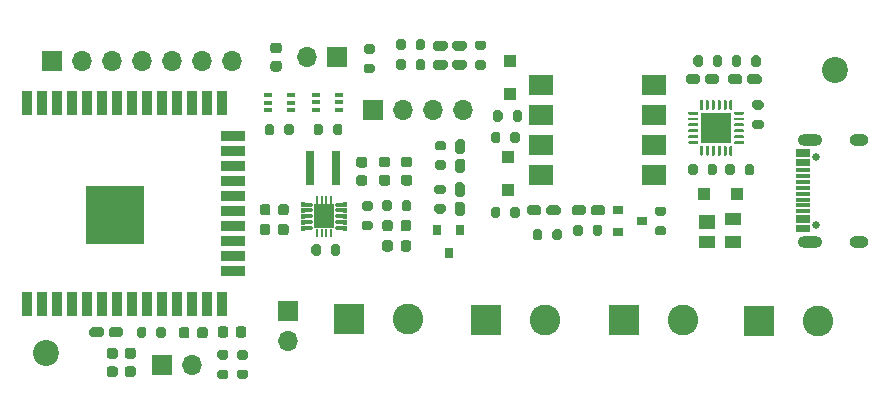
<source format=gbr>
%TF.GenerationSoftware,KiCad,Pcbnew,(5.1.9)-1*%
%TF.CreationDate,2021-11-09T18:36:26+00:00*%
%TF.ProjectId,Bluetooth_ignite_receiver,426c7565-746f-46f7-9468-5f69676e6974,rev?*%
%TF.SameCoordinates,Original*%
%TF.FileFunction,Soldermask,Top*%
%TF.FilePolarity,Negative*%
%FSLAX46Y46*%
G04 Gerber Fmt 4.6, Leading zero omitted, Abs format (unit mm)*
G04 Created by KiCad (PCBNEW (5.1.9)-1) date 2021-11-09 18:36:26*
%MOMM*%
%LPD*%
G01*
G04 APERTURE LIST*
%ADD10C,2.200000*%
%ADD11O,1.700000X1.700000*%
%ADD12R,1.700000X1.700000*%
%ADD13R,1.150000X0.300000*%
%ADD14C,0.650000*%
%ADD15O,1.600000X1.000000*%
%ADD16O,2.100000X1.000000*%
%ADD17R,0.800000X0.900000*%
%ADD18R,1.100000X1.100000*%
%ADD19C,2.600000*%
%ADD20R,2.600000X2.600000*%
%ADD21R,2.000000X1.780000*%
%ADD22R,0.900000X2.000000*%
%ADD23R,2.000000X0.900000*%
%ADD24R,5.000000X5.000000*%
%ADD25R,0.650000X0.400000*%
%ADD26R,0.230000X0.600000*%
%ADD27R,0.650000X0.900000*%
%ADD28O,0.990000X0.420000*%
%ADD29R,1.700000X2.150000*%
%ADD30R,0.250000X0.700000*%
%ADD31C,0.600000*%
%ADD32R,0.900000X0.800000*%
%ADD33R,0.800000X2.900000*%
%ADD34R,1.400000X1.000000*%
%ADD35R,1.400000X1.200000*%
G04 APERTURE END LIST*
D10*
%TO.C,REF\u002A\u002A*%
X146265900Y-78384400D03*
%TD*%
%TO.C,REF\u002A\u002A*%
X79476600Y-102362000D03*
%TD*%
D11*
%TO.C,J10*%
X99936300Y-101320600D03*
D12*
X99936300Y-98780600D03*
%TD*%
D11*
%TO.C,J9*%
X95224600Y-77660500D03*
X92684600Y-77660500D03*
X90144600Y-77660500D03*
X87604600Y-77660500D03*
X85064600Y-77660500D03*
X82524600Y-77660500D03*
D12*
X79984600Y-77660500D03*
%TD*%
D11*
%TO.C,J8*%
X114820700Y-81800700D03*
X112280700Y-81800700D03*
X109740700Y-81800700D03*
D12*
X107200700Y-81800700D03*
%TD*%
D13*
%TO.C,J5*%
X143586500Y-85283300D03*
X143586500Y-86083300D03*
X143586500Y-90883300D03*
X143586500Y-91683300D03*
X143586500Y-91983300D03*
X143586500Y-91183300D03*
X143586500Y-90383300D03*
X143586500Y-89883300D03*
X143586500Y-89383300D03*
X143586500Y-88883300D03*
X143586500Y-88383300D03*
X143586500Y-87883300D03*
X143586500Y-87383300D03*
X143586500Y-86883300D03*
X143586500Y-86383300D03*
X143586500Y-85583300D03*
D14*
X144651500Y-91523300D03*
X144651500Y-85743300D03*
D15*
X148331500Y-84313300D03*
X148331500Y-92953300D03*
D16*
X144151500Y-84313300D03*
X144151500Y-92953300D03*
%TD*%
%TO.C,D6*%
G36*
G01*
X114303400Y-89557200D02*
X114728400Y-89557200D01*
G75*
G02*
X114940900Y-89769700I0J-212500D01*
G01*
X114940900Y-90569700D01*
G75*
G02*
X114728400Y-90782200I-212500J0D01*
G01*
X114303400Y-90782200D01*
G75*
G02*
X114090900Y-90569700I0J212500D01*
G01*
X114090900Y-89769700D01*
G75*
G02*
X114303400Y-89557200I212500J0D01*
G01*
G37*
G36*
G01*
X114303400Y-87932200D02*
X114728400Y-87932200D01*
G75*
G02*
X114940900Y-88144700I0J-212500D01*
G01*
X114940900Y-88944700D01*
G75*
G02*
X114728400Y-89157200I-212500J0D01*
G01*
X114303400Y-89157200D01*
G75*
G02*
X114090900Y-88944700I0J212500D01*
G01*
X114090900Y-88144700D01*
G75*
G02*
X114303400Y-87932200I212500J0D01*
G01*
G37*
%TD*%
%TO.C,R11*%
G36*
G01*
X112628000Y-86073800D02*
X113178000Y-86073800D01*
G75*
G02*
X113378000Y-86273800I0J-200000D01*
G01*
X113378000Y-86673800D01*
G75*
G02*
X113178000Y-86873800I-200000J0D01*
G01*
X112628000Y-86873800D01*
G75*
G02*
X112428000Y-86673800I0J200000D01*
G01*
X112428000Y-86273800D01*
G75*
G02*
X112628000Y-86073800I200000J0D01*
G01*
G37*
G36*
G01*
X112628000Y-84423800D02*
X113178000Y-84423800D01*
G75*
G02*
X113378000Y-84623800I0J-200000D01*
G01*
X113378000Y-85023800D01*
G75*
G02*
X113178000Y-85223800I-200000J0D01*
G01*
X112628000Y-85223800D01*
G75*
G02*
X112428000Y-85023800I0J200000D01*
G01*
X112428000Y-84623800D01*
G75*
G02*
X112628000Y-84423800I200000J0D01*
G01*
G37*
%TD*%
%TO.C,R14*%
G36*
G01*
X112564500Y-89770000D02*
X113114500Y-89770000D01*
G75*
G02*
X113314500Y-89970000I0J-200000D01*
G01*
X113314500Y-90370000D01*
G75*
G02*
X113114500Y-90570000I-200000J0D01*
G01*
X112564500Y-90570000D01*
G75*
G02*
X112364500Y-90370000I0J200000D01*
G01*
X112364500Y-89970000D01*
G75*
G02*
X112564500Y-89770000I200000J0D01*
G01*
G37*
G36*
G01*
X112564500Y-88120000D02*
X113114500Y-88120000D01*
G75*
G02*
X113314500Y-88320000I0J-200000D01*
G01*
X113314500Y-88720000D01*
G75*
G02*
X113114500Y-88920000I-200000J0D01*
G01*
X112564500Y-88920000D01*
G75*
G02*
X112364500Y-88720000I0J200000D01*
G01*
X112364500Y-88320000D01*
G75*
G02*
X112564500Y-88120000I200000J0D01*
G01*
G37*
%TD*%
D17*
%TO.C,Q3*%
X113576100Y-93925900D03*
X112626100Y-91925900D03*
X114526100Y-91925900D03*
%TD*%
%TO.C,D4*%
G36*
G01*
X114341500Y-85912300D02*
X114766500Y-85912300D01*
G75*
G02*
X114979000Y-86124800I0J-212500D01*
G01*
X114979000Y-86924800D01*
G75*
G02*
X114766500Y-87137300I-212500J0D01*
G01*
X114341500Y-87137300D01*
G75*
G02*
X114129000Y-86924800I0J212500D01*
G01*
X114129000Y-86124800D01*
G75*
G02*
X114341500Y-85912300I212500J0D01*
G01*
G37*
G36*
G01*
X114341500Y-84287300D02*
X114766500Y-84287300D01*
G75*
G02*
X114979000Y-84499800I0J-212500D01*
G01*
X114979000Y-85299800D01*
G75*
G02*
X114766500Y-85512300I-212500J0D01*
G01*
X114341500Y-85512300D01*
G75*
G02*
X114129000Y-85299800I0J212500D01*
G01*
X114129000Y-84499800D01*
G75*
G02*
X114341500Y-84287300I212500J0D01*
G01*
G37*
%TD*%
D18*
%TO.C,D5*%
X118795800Y-80482900D03*
X118795800Y-77682900D03*
%TD*%
%TO.C,R12*%
G36*
G01*
X117964400Y-83862500D02*
X117964400Y-84412500D01*
G75*
G02*
X117764400Y-84612500I-200000J0D01*
G01*
X117364400Y-84612500D01*
G75*
G02*
X117164400Y-84412500I0J200000D01*
G01*
X117164400Y-83862500D01*
G75*
G02*
X117364400Y-83662500I200000J0D01*
G01*
X117764400Y-83662500D01*
G75*
G02*
X117964400Y-83862500I0J-200000D01*
G01*
G37*
G36*
G01*
X119614400Y-83862500D02*
X119614400Y-84412500D01*
G75*
G02*
X119414400Y-84612500I-200000J0D01*
G01*
X119014400Y-84612500D01*
G75*
G02*
X118814400Y-84412500I0J200000D01*
G01*
X118814400Y-83862500D01*
G75*
G02*
X119014400Y-83662500I200000J0D01*
G01*
X119414400Y-83662500D01*
G75*
G02*
X119614400Y-83862500I0J-200000D01*
G01*
G37*
%TD*%
D19*
%TO.C,J4*%
X121725700Y-99555300D03*
D20*
X116725700Y-99555300D03*
%TD*%
D19*
%TO.C,J3*%
X133384300Y-99593400D03*
D20*
X128384300Y-99593400D03*
%TD*%
D19*
%TO.C,J2*%
X110156000Y-99517200D03*
D20*
X105156000Y-99517200D03*
%TD*%
D19*
%TO.C,J1*%
X144852400Y-99695000D03*
D20*
X139852400Y-99695000D03*
%TD*%
%TO.C,R13*%
G36*
G01*
X118142200Y-82033700D02*
X118142200Y-82583700D01*
G75*
G02*
X117942200Y-82783700I-200000J0D01*
G01*
X117542200Y-82783700D01*
G75*
G02*
X117342200Y-82583700I0J200000D01*
G01*
X117342200Y-82033700D01*
G75*
G02*
X117542200Y-81833700I200000J0D01*
G01*
X117942200Y-81833700D01*
G75*
G02*
X118142200Y-82033700I0J-200000D01*
G01*
G37*
G36*
G01*
X119792200Y-82033700D02*
X119792200Y-82583700D01*
G75*
G02*
X119592200Y-82783700I-200000J0D01*
G01*
X119192200Y-82783700D01*
G75*
G02*
X118992200Y-82583700I0J200000D01*
G01*
X118992200Y-82033700D01*
G75*
G02*
X119192200Y-81833700I200000J0D01*
G01*
X119592200Y-81833700D01*
G75*
G02*
X119792200Y-82033700I0J-200000D01*
G01*
G37*
%TD*%
D21*
%TO.C,U3*%
X130926800Y-79679800D03*
X121396800Y-87299800D03*
X130926800Y-82219800D03*
X121396800Y-84759800D03*
X130926800Y-84759800D03*
X121396800Y-82219800D03*
X130926800Y-87299800D03*
X121396800Y-79679800D03*
%TD*%
D11*
%TO.C,J7*%
X101625400Y-77292200D03*
D12*
X104165400Y-77292200D03*
%TD*%
D11*
%TO.C,J6*%
X91808300Y-103416100D03*
D12*
X89268300Y-103416100D03*
%TD*%
D22*
%TO.C,U2*%
X77838300Y-81200100D03*
X79108300Y-81200100D03*
X80378300Y-81200100D03*
X81648300Y-81200100D03*
X82918300Y-81200100D03*
X84188300Y-81200100D03*
X85458300Y-81200100D03*
X86728300Y-81200100D03*
X87998300Y-81200100D03*
X89268300Y-81200100D03*
X90538300Y-81200100D03*
X91808300Y-81200100D03*
X93078300Y-81200100D03*
X94348300Y-81200100D03*
D23*
X95348300Y-83985100D03*
X95348300Y-85255100D03*
X95348300Y-86525100D03*
X95348300Y-87795100D03*
X95348300Y-89065100D03*
X95348300Y-90335100D03*
X95348300Y-91605100D03*
X95348300Y-92875100D03*
X95348300Y-94145100D03*
X95348300Y-95415100D03*
D22*
X94348300Y-98200100D03*
X93078300Y-98200100D03*
X91808300Y-98200100D03*
X90538300Y-98200100D03*
X89268300Y-98200100D03*
X87998300Y-98200100D03*
X86728300Y-98200100D03*
X85458300Y-98200100D03*
X84188300Y-98200100D03*
X82918300Y-98200100D03*
X81648300Y-98200100D03*
X80378300Y-98200100D03*
X79108300Y-98200100D03*
X77838300Y-98200100D03*
D24*
X85338300Y-90700100D03*
%TD*%
%TO.C,C6*%
G36*
G01*
X98481000Y-91672600D02*
X98481000Y-92172600D01*
G75*
G02*
X98256000Y-92397600I-225000J0D01*
G01*
X97806000Y-92397600D01*
G75*
G02*
X97581000Y-92172600I0J225000D01*
G01*
X97581000Y-91672600D01*
G75*
G02*
X97806000Y-91447600I225000J0D01*
G01*
X98256000Y-91447600D01*
G75*
G02*
X98481000Y-91672600I0J-225000D01*
G01*
G37*
G36*
G01*
X100031000Y-91672600D02*
X100031000Y-92172600D01*
G75*
G02*
X99806000Y-92397600I-225000J0D01*
G01*
X99356000Y-92397600D01*
G75*
G02*
X99131000Y-92172600I0J225000D01*
G01*
X99131000Y-91672600D01*
G75*
G02*
X99356000Y-91447600I225000J0D01*
G01*
X99806000Y-91447600D01*
G75*
G02*
X100031000Y-91672600I0J-225000D01*
G01*
G37*
%TD*%
%TO.C,R25*%
G36*
G01*
X109938500Y-75988500D02*
X109938500Y-76538500D01*
G75*
G02*
X109738500Y-76738500I-200000J0D01*
G01*
X109338500Y-76738500D01*
G75*
G02*
X109138500Y-76538500I0J200000D01*
G01*
X109138500Y-75988500D01*
G75*
G02*
X109338500Y-75788500I200000J0D01*
G01*
X109738500Y-75788500D01*
G75*
G02*
X109938500Y-75988500I0J-200000D01*
G01*
G37*
G36*
G01*
X111588500Y-75988500D02*
X111588500Y-76538500D01*
G75*
G02*
X111388500Y-76738500I-200000J0D01*
G01*
X110988500Y-76738500D01*
G75*
G02*
X110788500Y-76538500I0J200000D01*
G01*
X110788500Y-75988500D01*
G75*
G02*
X110988500Y-75788500I200000J0D01*
G01*
X111388500Y-75788500D01*
G75*
G02*
X111588500Y-75988500I0J-200000D01*
G01*
G37*
%TD*%
%TO.C,R24*%
G36*
G01*
X109950700Y-77690300D02*
X109950700Y-78240300D01*
G75*
G02*
X109750700Y-78440300I-200000J0D01*
G01*
X109350700Y-78440300D01*
G75*
G02*
X109150700Y-78240300I0J200000D01*
G01*
X109150700Y-77690300D01*
G75*
G02*
X109350700Y-77490300I200000J0D01*
G01*
X109750700Y-77490300D01*
G75*
G02*
X109950700Y-77690300I0J-200000D01*
G01*
G37*
G36*
G01*
X111600700Y-77690300D02*
X111600700Y-78240300D01*
G75*
G02*
X111400700Y-78440300I-200000J0D01*
G01*
X111000700Y-78440300D01*
G75*
G02*
X110800700Y-78240300I0J200000D01*
G01*
X110800700Y-77690300D01*
G75*
G02*
X111000700Y-77490300I200000J0D01*
G01*
X111400700Y-77490300D01*
G75*
G02*
X111600700Y-77690300I0J-200000D01*
G01*
G37*
%TD*%
%TO.C,D13*%
G36*
G01*
X113490400Y-76139900D02*
X113490400Y-76564900D01*
G75*
G02*
X113277900Y-76777400I-212500J0D01*
G01*
X112477900Y-76777400D01*
G75*
G02*
X112265400Y-76564900I0J212500D01*
G01*
X112265400Y-76139900D01*
G75*
G02*
X112477900Y-75927400I212500J0D01*
G01*
X113277900Y-75927400D01*
G75*
G02*
X113490400Y-76139900I0J-212500D01*
G01*
G37*
G36*
G01*
X115115400Y-76139900D02*
X115115400Y-76564900D01*
G75*
G02*
X114902900Y-76777400I-212500J0D01*
G01*
X114102900Y-76777400D01*
G75*
G02*
X113890400Y-76564900I0J212500D01*
G01*
X113890400Y-76139900D01*
G75*
G02*
X114102900Y-75927400I212500J0D01*
G01*
X114902900Y-75927400D01*
G75*
G02*
X115115400Y-76139900I0J-212500D01*
G01*
G37*
%TD*%
%TO.C,D12*%
G36*
G01*
X113490100Y-77752800D02*
X113490100Y-78177800D01*
G75*
G02*
X113277600Y-78390300I-212500J0D01*
G01*
X112477600Y-78390300D01*
G75*
G02*
X112265100Y-78177800I0J212500D01*
G01*
X112265100Y-77752800D01*
G75*
G02*
X112477600Y-77540300I212500J0D01*
G01*
X113277600Y-77540300D01*
G75*
G02*
X113490100Y-77752800I0J-212500D01*
G01*
G37*
G36*
G01*
X115115100Y-77752800D02*
X115115100Y-78177800D01*
G75*
G02*
X114902600Y-78390300I-212500J0D01*
G01*
X114102600Y-78390300D01*
G75*
G02*
X113890100Y-78177800I0J212500D01*
G01*
X113890100Y-77752800D01*
G75*
G02*
X114102600Y-77540300I212500J0D01*
G01*
X114902600Y-77540300D01*
G75*
G02*
X115115100Y-77752800I0J-212500D01*
G01*
G37*
%TD*%
D25*
%TO.C,Q1*%
X104289900Y-80503000D03*
X104289900Y-81803000D03*
X102389900Y-81153000D03*
X104289900Y-81153000D03*
X102389900Y-81803000D03*
X102389900Y-80503000D03*
%TD*%
D26*
%TO.C,U5*%
X103622400Y-92230000D03*
X103222400Y-92230000D03*
X102822400Y-92230000D03*
X102422400Y-92230000D03*
X103622400Y-89380000D03*
X103222400Y-89380000D03*
X102822400Y-89380000D03*
X102422400Y-89380000D03*
D27*
X103457400Y-90245000D03*
X102587400Y-91365000D03*
X103457400Y-91365000D03*
X102587400Y-90245000D03*
D28*
X104497400Y-89805000D03*
X104497400Y-90305000D03*
X104497400Y-90805000D03*
G36*
G01*
X104572400Y-91445000D02*
X104572400Y-91165000D01*
G75*
G02*
X104642400Y-91095000I70000J0D01*
G01*
X104922400Y-91095000D01*
G75*
G02*
X104992400Y-91165000I0J-70000D01*
G01*
X104992400Y-91445000D01*
G75*
G02*
X104922400Y-91515000I-70000J0D01*
G01*
X104642400Y-91515000D01*
G75*
G02*
X104572400Y-91445000I0J70000D01*
G01*
G37*
G36*
G01*
X104572400Y-91945000D02*
X104572400Y-91665000D01*
G75*
G02*
X104642400Y-91595000I70000J0D01*
G01*
X104922400Y-91595000D01*
G75*
G02*
X104992400Y-91665000I0J-70000D01*
G01*
X104992400Y-91945000D01*
G75*
G02*
X104922400Y-92015000I-70000J0D01*
G01*
X104642400Y-92015000D01*
G75*
G02*
X104572400Y-91945000I0J70000D01*
G01*
G37*
X101547400Y-91805000D03*
G36*
G01*
X101052400Y-91445000D02*
X101052400Y-91165000D01*
G75*
G02*
X101122400Y-91095000I70000J0D01*
G01*
X101402400Y-91095000D01*
G75*
G02*
X101472400Y-91165000I0J-70000D01*
G01*
X101472400Y-91445000D01*
G75*
G02*
X101402400Y-91515000I-70000J0D01*
G01*
X101122400Y-91515000D01*
G75*
G02*
X101052400Y-91445000I0J70000D01*
G01*
G37*
X101547400Y-90805000D03*
G36*
G01*
X101052400Y-90445000D02*
X101052400Y-90165000D01*
G75*
G02*
X101122400Y-90095000I70000J0D01*
G01*
X101402400Y-90095000D01*
G75*
G02*
X101472400Y-90165000I0J-70000D01*
G01*
X101472400Y-90445000D01*
G75*
G02*
X101402400Y-90515000I-70000J0D01*
G01*
X101122400Y-90515000D01*
G75*
G02*
X101052400Y-90445000I0J70000D01*
G01*
G37*
G36*
G01*
X101052400Y-89945000D02*
X101052400Y-89665000D01*
G75*
G02*
X101122400Y-89595000I70000J0D01*
G01*
X101402400Y-89595000D01*
G75*
G02*
X101472400Y-89665000I0J-70000D01*
G01*
X101472400Y-89945000D01*
G75*
G02*
X101402400Y-90015000I-70000J0D01*
G01*
X101122400Y-90015000D01*
G75*
G02*
X101052400Y-89945000I0J70000D01*
G01*
G37*
D29*
X103022400Y-90805000D03*
D30*
X103222400Y-92230000D03*
X102822400Y-92230000D03*
X103222400Y-89380000D03*
X102822400Y-89380000D03*
D31*
X103522400Y-91305000D03*
X102522400Y-91305000D03*
X103522400Y-90305000D03*
X102522400Y-90305000D03*
X103022400Y-90805000D03*
G36*
G01*
X104572400Y-89945000D02*
X104572400Y-89665000D01*
G75*
G02*
X104642400Y-89595000I70000J0D01*
G01*
X104922400Y-89595000D01*
G75*
G02*
X104992400Y-89665000I0J-70000D01*
G01*
X104992400Y-89945000D01*
G75*
G02*
X104922400Y-90015000I-70000J0D01*
G01*
X104642400Y-90015000D01*
G75*
G02*
X104572400Y-89945000I0J70000D01*
G01*
G37*
G36*
G01*
X104572400Y-90445000D02*
X104572400Y-90165000D01*
G75*
G02*
X104642400Y-90095000I70000J0D01*
G01*
X104922400Y-90095000D01*
G75*
G02*
X104992400Y-90165000I0J-70000D01*
G01*
X104992400Y-90445000D01*
G75*
G02*
X104922400Y-90515000I-70000J0D01*
G01*
X104642400Y-90515000D01*
G75*
G02*
X104572400Y-90445000I0J70000D01*
G01*
G37*
G36*
G01*
X104572400Y-90945000D02*
X104572400Y-90665000D01*
G75*
G02*
X104642400Y-90595000I70000J0D01*
G01*
X104922400Y-90595000D01*
G75*
G02*
X104992400Y-90665000I0J-70000D01*
G01*
X104992400Y-90945000D01*
G75*
G02*
X104922400Y-91015000I-70000J0D01*
G01*
X104642400Y-91015000D01*
G75*
G02*
X104572400Y-90945000I0J70000D01*
G01*
G37*
D28*
X104497400Y-91305000D03*
X104497400Y-91805000D03*
G36*
G01*
X101052400Y-91945000D02*
X101052400Y-91665000D01*
G75*
G02*
X101122400Y-91595000I70000J0D01*
G01*
X101402400Y-91595000D01*
G75*
G02*
X101472400Y-91665000I0J-70000D01*
G01*
X101472400Y-91945000D01*
G75*
G02*
X101402400Y-92015000I-70000J0D01*
G01*
X101122400Y-92015000D01*
G75*
G02*
X101052400Y-91945000I0J70000D01*
G01*
G37*
X101547400Y-91305000D03*
G36*
G01*
X101052400Y-90945000D02*
X101052400Y-90665000D01*
G75*
G02*
X101122400Y-90595000I70000J0D01*
G01*
X101402400Y-90595000D01*
G75*
G02*
X101472400Y-90665000I0J-70000D01*
G01*
X101472400Y-90945000D01*
G75*
G02*
X101402400Y-91015000I-70000J0D01*
G01*
X101122400Y-91015000D01*
G75*
G02*
X101052400Y-90945000I0J70000D01*
G01*
G37*
X101547400Y-90305000D03*
X101547400Y-89805000D03*
D30*
X103622400Y-89380000D03*
X102422400Y-89380000D03*
X103622400Y-92230000D03*
X102422400Y-92230000D03*
%TD*%
D20*
%TO.C,U1*%
X136232900Y-83312000D03*
G36*
G01*
X134645400Y-84687000D02*
X133945400Y-84687000D01*
G75*
G02*
X133882900Y-84624500I0J62500D01*
G01*
X133882900Y-84499500D01*
G75*
G02*
X133945400Y-84437000I62500J0D01*
G01*
X134645400Y-84437000D01*
G75*
G02*
X134707900Y-84499500I0J-62500D01*
G01*
X134707900Y-84624500D01*
G75*
G02*
X134645400Y-84687000I-62500J0D01*
G01*
G37*
G36*
G01*
X134645400Y-84187000D02*
X133945400Y-84187000D01*
G75*
G02*
X133882900Y-84124500I0J62500D01*
G01*
X133882900Y-83999500D01*
G75*
G02*
X133945400Y-83937000I62500J0D01*
G01*
X134645400Y-83937000D01*
G75*
G02*
X134707900Y-83999500I0J-62500D01*
G01*
X134707900Y-84124500D01*
G75*
G02*
X134645400Y-84187000I-62500J0D01*
G01*
G37*
G36*
G01*
X134645400Y-83687000D02*
X133945400Y-83687000D01*
G75*
G02*
X133882900Y-83624500I0J62500D01*
G01*
X133882900Y-83499500D01*
G75*
G02*
X133945400Y-83437000I62500J0D01*
G01*
X134645400Y-83437000D01*
G75*
G02*
X134707900Y-83499500I0J-62500D01*
G01*
X134707900Y-83624500D01*
G75*
G02*
X134645400Y-83687000I-62500J0D01*
G01*
G37*
G36*
G01*
X134645400Y-83187000D02*
X133945400Y-83187000D01*
G75*
G02*
X133882900Y-83124500I0J62500D01*
G01*
X133882900Y-82999500D01*
G75*
G02*
X133945400Y-82937000I62500J0D01*
G01*
X134645400Y-82937000D01*
G75*
G02*
X134707900Y-82999500I0J-62500D01*
G01*
X134707900Y-83124500D01*
G75*
G02*
X134645400Y-83187000I-62500J0D01*
G01*
G37*
G36*
G01*
X134645400Y-82687000D02*
X133945400Y-82687000D01*
G75*
G02*
X133882900Y-82624500I0J62500D01*
G01*
X133882900Y-82499500D01*
G75*
G02*
X133945400Y-82437000I62500J0D01*
G01*
X134645400Y-82437000D01*
G75*
G02*
X134707900Y-82499500I0J-62500D01*
G01*
X134707900Y-82624500D01*
G75*
G02*
X134645400Y-82687000I-62500J0D01*
G01*
G37*
G36*
G01*
X134645400Y-82187000D02*
X133945400Y-82187000D01*
G75*
G02*
X133882900Y-82124500I0J62500D01*
G01*
X133882900Y-81999500D01*
G75*
G02*
X133945400Y-81937000I62500J0D01*
G01*
X134645400Y-81937000D01*
G75*
G02*
X134707900Y-81999500I0J-62500D01*
G01*
X134707900Y-82124500D01*
G75*
G02*
X134645400Y-82187000I-62500J0D01*
G01*
G37*
G36*
G01*
X135045400Y-81787000D02*
X134920400Y-81787000D01*
G75*
G02*
X134857900Y-81724500I0J62500D01*
G01*
X134857900Y-81024500D01*
G75*
G02*
X134920400Y-80962000I62500J0D01*
G01*
X135045400Y-80962000D01*
G75*
G02*
X135107900Y-81024500I0J-62500D01*
G01*
X135107900Y-81724500D01*
G75*
G02*
X135045400Y-81787000I-62500J0D01*
G01*
G37*
G36*
G01*
X135545400Y-81787000D02*
X135420400Y-81787000D01*
G75*
G02*
X135357900Y-81724500I0J62500D01*
G01*
X135357900Y-81024500D01*
G75*
G02*
X135420400Y-80962000I62500J0D01*
G01*
X135545400Y-80962000D01*
G75*
G02*
X135607900Y-81024500I0J-62500D01*
G01*
X135607900Y-81724500D01*
G75*
G02*
X135545400Y-81787000I-62500J0D01*
G01*
G37*
G36*
G01*
X136045400Y-81787000D02*
X135920400Y-81787000D01*
G75*
G02*
X135857900Y-81724500I0J62500D01*
G01*
X135857900Y-81024500D01*
G75*
G02*
X135920400Y-80962000I62500J0D01*
G01*
X136045400Y-80962000D01*
G75*
G02*
X136107900Y-81024500I0J-62500D01*
G01*
X136107900Y-81724500D01*
G75*
G02*
X136045400Y-81787000I-62500J0D01*
G01*
G37*
G36*
G01*
X136545400Y-81787000D02*
X136420400Y-81787000D01*
G75*
G02*
X136357900Y-81724500I0J62500D01*
G01*
X136357900Y-81024500D01*
G75*
G02*
X136420400Y-80962000I62500J0D01*
G01*
X136545400Y-80962000D01*
G75*
G02*
X136607900Y-81024500I0J-62500D01*
G01*
X136607900Y-81724500D01*
G75*
G02*
X136545400Y-81787000I-62500J0D01*
G01*
G37*
G36*
G01*
X137045400Y-81787000D02*
X136920400Y-81787000D01*
G75*
G02*
X136857900Y-81724500I0J62500D01*
G01*
X136857900Y-81024500D01*
G75*
G02*
X136920400Y-80962000I62500J0D01*
G01*
X137045400Y-80962000D01*
G75*
G02*
X137107900Y-81024500I0J-62500D01*
G01*
X137107900Y-81724500D01*
G75*
G02*
X137045400Y-81787000I-62500J0D01*
G01*
G37*
G36*
G01*
X137545400Y-81787000D02*
X137420400Y-81787000D01*
G75*
G02*
X137357900Y-81724500I0J62500D01*
G01*
X137357900Y-81024500D01*
G75*
G02*
X137420400Y-80962000I62500J0D01*
G01*
X137545400Y-80962000D01*
G75*
G02*
X137607900Y-81024500I0J-62500D01*
G01*
X137607900Y-81724500D01*
G75*
G02*
X137545400Y-81787000I-62500J0D01*
G01*
G37*
G36*
G01*
X138520400Y-82187000D02*
X137820400Y-82187000D01*
G75*
G02*
X137757900Y-82124500I0J62500D01*
G01*
X137757900Y-81999500D01*
G75*
G02*
X137820400Y-81937000I62500J0D01*
G01*
X138520400Y-81937000D01*
G75*
G02*
X138582900Y-81999500I0J-62500D01*
G01*
X138582900Y-82124500D01*
G75*
G02*
X138520400Y-82187000I-62500J0D01*
G01*
G37*
G36*
G01*
X138520400Y-82687000D02*
X137820400Y-82687000D01*
G75*
G02*
X137757900Y-82624500I0J62500D01*
G01*
X137757900Y-82499500D01*
G75*
G02*
X137820400Y-82437000I62500J0D01*
G01*
X138520400Y-82437000D01*
G75*
G02*
X138582900Y-82499500I0J-62500D01*
G01*
X138582900Y-82624500D01*
G75*
G02*
X138520400Y-82687000I-62500J0D01*
G01*
G37*
G36*
G01*
X138520400Y-83187000D02*
X137820400Y-83187000D01*
G75*
G02*
X137757900Y-83124500I0J62500D01*
G01*
X137757900Y-82999500D01*
G75*
G02*
X137820400Y-82937000I62500J0D01*
G01*
X138520400Y-82937000D01*
G75*
G02*
X138582900Y-82999500I0J-62500D01*
G01*
X138582900Y-83124500D01*
G75*
G02*
X138520400Y-83187000I-62500J0D01*
G01*
G37*
G36*
G01*
X138520400Y-83687000D02*
X137820400Y-83687000D01*
G75*
G02*
X137757900Y-83624500I0J62500D01*
G01*
X137757900Y-83499500D01*
G75*
G02*
X137820400Y-83437000I62500J0D01*
G01*
X138520400Y-83437000D01*
G75*
G02*
X138582900Y-83499500I0J-62500D01*
G01*
X138582900Y-83624500D01*
G75*
G02*
X138520400Y-83687000I-62500J0D01*
G01*
G37*
G36*
G01*
X138520400Y-84187000D02*
X137820400Y-84187000D01*
G75*
G02*
X137757900Y-84124500I0J62500D01*
G01*
X137757900Y-83999500D01*
G75*
G02*
X137820400Y-83937000I62500J0D01*
G01*
X138520400Y-83937000D01*
G75*
G02*
X138582900Y-83999500I0J-62500D01*
G01*
X138582900Y-84124500D01*
G75*
G02*
X138520400Y-84187000I-62500J0D01*
G01*
G37*
G36*
G01*
X138520400Y-84687000D02*
X137820400Y-84687000D01*
G75*
G02*
X137757900Y-84624500I0J62500D01*
G01*
X137757900Y-84499500D01*
G75*
G02*
X137820400Y-84437000I62500J0D01*
G01*
X138520400Y-84437000D01*
G75*
G02*
X138582900Y-84499500I0J-62500D01*
G01*
X138582900Y-84624500D01*
G75*
G02*
X138520400Y-84687000I-62500J0D01*
G01*
G37*
G36*
G01*
X137545400Y-85662000D02*
X137420400Y-85662000D01*
G75*
G02*
X137357900Y-85599500I0J62500D01*
G01*
X137357900Y-84899500D01*
G75*
G02*
X137420400Y-84837000I62500J0D01*
G01*
X137545400Y-84837000D01*
G75*
G02*
X137607900Y-84899500I0J-62500D01*
G01*
X137607900Y-85599500D01*
G75*
G02*
X137545400Y-85662000I-62500J0D01*
G01*
G37*
G36*
G01*
X137045400Y-85662000D02*
X136920400Y-85662000D01*
G75*
G02*
X136857900Y-85599500I0J62500D01*
G01*
X136857900Y-84899500D01*
G75*
G02*
X136920400Y-84837000I62500J0D01*
G01*
X137045400Y-84837000D01*
G75*
G02*
X137107900Y-84899500I0J-62500D01*
G01*
X137107900Y-85599500D01*
G75*
G02*
X137045400Y-85662000I-62500J0D01*
G01*
G37*
G36*
G01*
X136545400Y-85662000D02*
X136420400Y-85662000D01*
G75*
G02*
X136357900Y-85599500I0J62500D01*
G01*
X136357900Y-84899500D01*
G75*
G02*
X136420400Y-84837000I62500J0D01*
G01*
X136545400Y-84837000D01*
G75*
G02*
X136607900Y-84899500I0J-62500D01*
G01*
X136607900Y-85599500D01*
G75*
G02*
X136545400Y-85662000I-62500J0D01*
G01*
G37*
G36*
G01*
X136045400Y-85662000D02*
X135920400Y-85662000D01*
G75*
G02*
X135857900Y-85599500I0J62500D01*
G01*
X135857900Y-84899500D01*
G75*
G02*
X135920400Y-84837000I62500J0D01*
G01*
X136045400Y-84837000D01*
G75*
G02*
X136107900Y-84899500I0J-62500D01*
G01*
X136107900Y-85599500D01*
G75*
G02*
X136045400Y-85662000I-62500J0D01*
G01*
G37*
G36*
G01*
X135545400Y-85662000D02*
X135420400Y-85662000D01*
G75*
G02*
X135357900Y-85599500I0J62500D01*
G01*
X135357900Y-84899500D01*
G75*
G02*
X135420400Y-84837000I62500J0D01*
G01*
X135545400Y-84837000D01*
G75*
G02*
X135607900Y-84899500I0J-62500D01*
G01*
X135607900Y-85599500D01*
G75*
G02*
X135545400Y-85662000I-62500J0D01*
G01*
G37*
G36*
G01*
X135045400Y-85662000D02*
X134920400Y-85662000D01*
G75*
G02*
X134857900Y-85599500I0J62500D01*
G01*
X134857900Y-84899500D01*
G75*
G02*
X134920400Y-84837000I62500J0D01*
G01*
X135045400Y-84837000D01*
G75*
G02*
X135107900Y-84899500I0J-62500D01*
G01*
X135107900Y-85599500D01*
G75*
G02*
X135045400Y-85662000I-62500J0D01*
G01*
G37*
%TD*%
%TO.C,R23*%
G36*
G01*
X139198400Y-77935500D02*
X139198400Y-77385500D01*
G75*
G02*
X139398400Y-77185500I200000J0D01*
G01*
X139798400Y-77185500D01*
G75*
G02*
X139998400Y-77385500I0J-200000D01*
G01*
X139998400Y-77935500D01*
G75*
G02*
X139798400Y-78135500I-200000J0D01*
G01*
X139398400Y-78135500D01*
G75*
G02*
X139198400Y-77935500I0J200000D01*
G01*
G37*
G36*
G01*
X137548400Y-77935500D02*
X137548400Y-77385500D01*
G75*
G02*
X137748400Y-77185500I200000J0D01*
G01*
X138148400Y-77185500D01*
G75*
G02*
X138348400Y-77385500I0J-200000D01*
G01*
X138348400Y-77935500D01*
G75*
G02*
X138148400Y-78135500I-200000J0D01*
G01*
X137748400Y-78135500D01*
G75*
G02*
X137548400Y-77935500I0J200000D01*
G01*
G37*
%TD*%
%TO.C,R22*%
G36*
G01*
X135109400Y-77385500D02*
X135109400Y-77935500D01*
G75*
G02*
X134909400Y-78135500I-200000J0D01*
G01*
X134509400Y-78135500D01*
G75*
G02*
X134309400Y-77935500I0J200000D01*
G01*
X134309400Y-77385500D01*
G75*
G02*
X134509400Y-77185500I200000J0D01*
G01*
X134909400Y-77185500D01*
G75*
G02*
X135109400Y-77385500I0J-200000D01*
G01*
G37*
G36*
G01*
X136759400Y-77385500D02*
X136759400Y-77935500D01*
G75*
G02*
X136559400Y-78135500I-200000J0D01*
G01*
X136159400Y-78135500D01*
G75*
G02*
X135959400Y-77935500I0J200000D01*
G01*
X135959400Y-77385500D01*
G75*
G02*
X136159400Y-77185500I200000J0D01*
G01*
X136559400Y-77185500D01*
G75*
G02*
X136759400Y-77385500I0J-200000D01*
G01*
G37*
%TD*%
%TO.C,R21*%
G36*
G01*
X102762500Y-93374800D02*
X102762500Y-93924800D01*
G75*
G02*
X102562500Y-94124800I-200000J0D01*
G01*
X102162500Y-94124800D01*
G75*
G02*
X101962500Y-93924800I0J200000D01*
G01*
X101962500Y-93374800D01*
G75*
G02*
X102162500Y-93174800I200000J0D01*
G01*
X102562500Y-93174800D01*
G75*
G02*
X102762500Y-93374800I0J-200000D01*
G01*
G37*
G36*
G01*
X104412500Y-93374800D02*
X104412500Y-93924800D01*
G75*
G02*
X104212500Y-94124800I-200000J0D01*
G01*
X103812500Y-94124800D01*
G75*
G02*
X103612500Y-93924800I0J200000D01*
G01*
X103612500Y-93374800D01*
G75*
G02*
X103812500Y-93174800I200000J0D01*
G01*
X104212500Y-93174800D01*
G75*
G02*
X104412500Y-93374800I0J-200000D01*
G01*
G37*
%TD*%
%TO.C,R20*%
G36*
G01*
X106430400Y-91179200D02*
X106980400Y-91179200D01*
G75*
G02*
X107180400Y-91379200I0J-200000D01*
G01*
X107180400Y-91779200D01*
G75*
G02*
X106980400Y-91979200I-200000J0D01*
G01*
X106430400Y-91979200D01*
G75*
G02*
X106230400Y-91779200I0J200000D01*
G01*
X106230400Y-91379200D01*
G75*
G02*
X106430400Y-91179200I200000J0D01*
G01*
G37*
G36*
G01*
X106430400Y-89529200D02*
X106980400Y-89529200D01*
G75*
G02*
X107180400Y-89729200I0J-200000D01*
G01*
X107180400Y-90129200D01*
G75*
G02*
X106980400Y-90329200I-200000J0D01*
G01*
X106430400Y-90329200D01*
G75*
G02*
X106230400Y-90129200I0J200000D01*
G01*
X106230400Y-89729200D01*
G75*
G02*
X106430400Y-89529200I200000J0D01*
G01*
G37*
%TD*%
%TO.C,R19*%
G36*
G01*
X109620100Y-90191000D02*
X109620100Y-89641000D01*
G75*
G02*
X109820100Y-89441000I200000J0D01*
G01*
X110220100Y-89441000D01*
G75*
G02*
X110420100Y-89641000I0J-200000D01*
G01*
X110420100Y-90191000D01*
G75*
G02*
X110220100Y-90391000I-200000J0D01*
G01*
X109820100Y-90391000D01*
G75*
G02*
X109620100Y-90191000I0J200000D01*
G01*
G37*
G36*
G01*
X107970100Y-90191000D02*
X107970100Y-89641000D01*
G75*
G02*
X108170100Y-89441000I200000J0D01*
G01*
X108570100Y-89441000D01*
G75*
G02*
X108770100Y-89641000I0J-200000D01*
G01*
X108770100Y-90191000D01*
G75*
G02*
X108570100Y-90391000I-200000J0D01*
G01*
X108170100Y-90391000D01*
G75*
G02*
X107970100Y-90191000I0J200000D01*
G01*
G37*
%TD*%
%TO.C,R18*%
G36*
G01*
X125774000Y-92248400D02*
X125774000Y-91698400D01*
G75*
G02*
X125974000Y-91498400I200000J0D01*
G01*
X126374000Y-91498400D01*
G75*
G02*
X126574000Y-91698400I0J-200000D01*
G01*
X126574000Y-92248400D01*
G75*
G02*
X126374000Y-92448400I-200000J0D01*
G01*
X125974000Y-92448400D01*
G75*
G02*
X125774000Y-92248400I0J200000D01*
G01*
G37*
G36*
G01*
X124124000Y-92248400D02*
X124124000Y-91698400D01*
G75*
G02*
X124324000Y-91498400I200000J0D01*
G01*
X124724000Y-91498400D01*
G75*
G02*
X124924000Y-91698400I0J-200000D01*
G01*
X124924000Y-92248400D01*
G75*
G02*
X124724000Y-92448400I-200000J0D01*
G01*
X124324000Y-92448400D01*
G75*
G02*
X124124000Y-92248400I0J200000D01*
G01*
G37*
%TD*%
%TO.C,R17*%
G36*
G01*
X117951700Y-90199800D02*
X117951700Y-90749800D01*
G75*
G02*
X117751700Y-90949800I-200000J0D01*
G01*
X117351700Y-90949800D01*
G75*
G02*
X117151700Y-90749800I0J200000D01*
G01*
X117151700Y-90199800D01*
G75*
G02*
X117351700Y-89999800I200000J0D01*
G01*
X117751700Y-89999800D01*
G75*
G02*
X117951700Y-90199800I0J-200000D01*
G01*
G37*
G36*
G01*
X119601700Y-90199800D02*
X119601700Y-90749800D01*
G75*
G02*
X119401700Y-90949800I-200000J0D01*
G01*
X119001700Y-90949800D01*
G75*
G02*
X118801700Y-90749800I0J200000D01*
G01*
X118801700Y-90199800D01*
G75*
G02*
X119001700Y-89999800I200000J0D01*
G01*
X119401700Y-89999800D01*
G75*
G02*
X119601700Y-90199800I0J-200000D01*
G01*
G37*
%TD*%
%TO.C,R16*%
G36*
G01*
X131233500Y-91623700D02*
X131783500Y-91623700D01*
G75*
G02*
X131983500Y-91823700I0J-200000D01*
G01*
X131983500Y-92223700D01*
G75*
G02*
X131783500Y-92423700I-200000J0D01*
G01*
X131233500Y-92423700D01*
G75*
G02*
X131033500Y-92223700I0J200000D01*
G01*
X131033500Y-91823700D01*
G75*
G02*
X131233500Y-91623700I200000J0D01*
G01*
G37*
G36*
G01*
X131233500Y-89973700D02*
X131783500Y-89973700D01*
G75*
G02*
X131983500Y-90173700I0J-200000D01*
G01*
X131983500Y-90573700D01*
G75*
G02*
X131783500Y-90773700I-200000J0D01*
G01*
X131233500Y-90773700D01*
G75*
G02*
X131033500Y-90573700I0J200000D01*
G01*
X131033500Y-90173700D01*
G75*
G02*
X131233500Y-89973700I200000J0D01*
G01*
G37*
%TD*%
%TO.C,R15*%
G36*
G01*
X122370400Y-92642100D02*
X122370400Y-92092100D01*
G75*
G02*
X122570400Y-91892100I200000J0D01*
G01*
X122970400Y-91892100D01*
G75*
G02*
X123170400Y-92092100I0J-200000D01*
G01*
X123170400Y-92642100D01*
G75*
G02*
X122970400Y-92842100I-200000J0D01*
G01*
X122570400Y-92842100D01*
G75*
G02*
X122370400Y-92642100I0J200000D01*
G01*
G37*
G36*
G01*
X120720400Y-92642100D02*
X120720400Y-92092100D01*
G75*
G02*
X120920400Y-91892100I200000J0D01*
G01*
X121320400Y-91892100D01*
G75*
G02*
X121520400Y-92092100I0J-200000D01*
G01*
X121520400Y-92642100D01*
G75*
G02*
X121320400Y-92842100I-200000J0D01*
G01*
X120920400Y-92842100D01*
G75*
G02*
X120720400Y-92642100I0J200000D01*
G01*
G37*
%TD*%
%TO.C,R10*%
G36*
G01*
X106582800Y-77895000D02*
X107132800Y-77895000D01*
G75*
G02*
X107332800Y-78095000I0J-200000D01*
G01*
X107332800Y-78495000D01*
G75*
G02*
X107132800Y-78695000I-200000J0D01*
G01*
X106582800Y-78695000D01*
G75*
G02*
X106382800Y-78495000I0J200000D01*
G01*
X106382800Y-78095000D01*
G75*
G02*
X106582800Y-77895000I200000J0D01*
G01*
G37*
G36*
G01*
X106582800Y-76245000D02*
X107132800Y-76245000D01*
G75*
G02*
X107332800Y-76445000I0J-200000D01*
G01*
X107332800Y-76845000D01*
G75*
G02*
X107132800Y-77045000I-200000J0D01*
G01*
X106582800Y-77045000D01*
G75*
G02*
X106382800Y-76845000I0J200000D01*
G01*
X106382800Y-76445000D01*
G75*
G02*
X106582800Y-76245000I200000J0D01*
G01*
G37*
%TD*%
%TO.C,R9*%
G36*
G01*
X94187600Y-103777600D02*
X94737600Y-103777600D01*
G75*
G02*
X94937600Y-103977600I0J-200000D01*
G01*
X94937600Y-104377600D01*
G75*
G02*
X94737600Y-104577600I-200000J0D01*
G01*
X94187600Y-104577600D01*
G75*
G02*
X93987600Y-104377600I0J200000D01*
G01*
X93987600Y-103977600D01*
G75*
G02*
X94187600Y-103777600I200000J0D01*
G01*
G37*
G36*
G01*
X94187600Y-102127600D02*
X94737600Y-102127600D01*
G75*
G02*
X94937600Y-102327600I0J-200000D01*
G01*
X94937600Y-102727600D01*
G75*
G02*
X94737600Y-102927600I-200000J0D01*
G01*
X94187600Y-102927600D01*
G75*
G02*
X93987600Y-102727600I0J200000D01*
G01*
X93987600Y-102327600D01*
G75*
G02*
X94187600Y-102127600I200000J0D01*
G01*
G37*
%TD*%
%TO.C,R8*%
G36*
G01*
X116006200Y-77578000D02*
X116556200Y-77578000D01*
G75*
G02*
X116756200Y-77778000I0J-200000D01*
G01*
X116756200Y-78178000D01*
G75*
G02*
X116556200Y-78378000I-200000J0D01*
G01*
X116006200Y-78378000D01*
G75*
G02*
X115806200Y-78178000I0J200000D01*
G01*
X115806200Y-77778000D01*
G75*
G02*
X116006200Y-77578000I200000J0D01*
G01*
G37*
G36*
G01*
X116006200Y-75928000D02*
X116556200Y-75928000D01*
G75*
G02*
X116756200Y-76128000I0J-200000D01*
G01*
X116756200Y-76528000D01*
G75*
G02*
X116556200Y-76728000I-200000J0D01*
G01*
X116006200Y-76728000D01*
G75*
G02*
X115806200Y-76528000I0J200000D01*
G01*
X115806200Y-76128000D01*
G75*
G02*
X116006200Y-75928000I200000J0D01*
G01*
G37*
%TD*%
%TO.C,R7*%
G36*
G01*
X95838600Y-103777600D02*
X96388600Y-103777600D01*
G75*
G02*
X96588600Y-103977600I0J-200000D01*
G01*
X96588600Y-104377600D01*
G75*
G02*
X96388600Y-104577600I-200000J0D01*
G01*
X95838600Y-104577600D01*
G75*
G02*
X95638600Y-104377600I0J200000D01*
G01*
X95638600Y-103977600D01*
G75*
G02*
X95838600Y-103777600I200000J0D01*
G01*
G37*
G36*
G01*
X95838600Y-102127600D02*
X96388600Y-102127600D01*
G75*
G02*
X96588600Y-102327600I0J-200000D01*
G01*
X96588600Y-102727600D01*
G75*
G02*
X96388600Y-102927600I-200000J0D01*
G01*
X95838600Y-102927600D01*
G75*
G02*
X95638600Y-102727600I0J200000D01*
G01*
X95638600Y-102327600D01*
G75*
G02*
X95838600Y-102127600I200000J0D01*
G01*
G37*
%TD*%
%TO.C,R6*%
G36*
G01*
X87992400Y-100347100D02*
X87992400Y-100897100D01*
G75*
G02*
X87792400Y-101097100I-200000J0D01*
G01*
X87392400Y-101097100D01*
G75*
G02*
X87192400Y-100897100I0J200000D01*
G01*
X87192400Y-100347100D01*
G75*
G02*
X87392400Y-100147100I200000J0D01*
G01*
X87792400Y-100147100D01*
G75*
G02*
X87992400Y-100347100I0J-200000D01*
G01*
G37*
G36*
G01*
X89642400Y-100347100D02*
X89642400Y-100897100D01*
G75*
G02*
X89442400Y-101097100I-200000J0D01*
G01*
X89042400Y-101097100D01*
G75*
G02*
X88842400Y-100897100I0J200000D01*
G01*
X88842400Y-100347100D01*
G75*
G02*
X89042400Y-100147100I200000J0D01*
G01*
X89442400Y-100147100D01*
G75*
G02*
X89642400Y-100347100I0J-200000D01*
G01*
G37*
%TD*%
%TO.C,R5*%
G36*
G01*
X140038500Y-81769400D02*
X139488500Y-81769400D01*
G75*
G02*
X139288500Y-81569400I0J200000D01*
G01*
X139288500Y-81169400D01*
G75*
G02*
X139488500Y-80969400I200000J0D01*
G01*
X140038500Y-80969400D01*
G75*
G02*
X140238500Y-81169400I0J-200000D01*
G01*
X140238500Y-81569400D01*
G75*
G02*
X140038500Y-81769400I-200000J0D01*
G01*
G37*
G36*
G01*
X140038500Y-83419400D02*
X139488500Y-83419400D01*
G75*
G02*
X139288500Y-83219400I0J200000D01*
G01*
X139288500Y-82819400D01*
G75*
G02*
X139488500Y-82619400I200000J0D01*
G01*
X140038500Y-82619400D01*
G75*
G02*
X140238500Y-82819400I0J-200000D01*
G01*
X140238500Y-83219400D01*
G75*
G02*
X140038500Y-83419400I-200000J0D01*
G01*
G37*
%TD*%
%TO.C,R4*%
G36*
G01*
X134652200Y-86554900D02*
X134652200Y-87104900D01*
G75*
G02*
X134452200Y-87304900I-200000J0D01*
G01*
X134052200Y-87304900D01*
G75*
G02*
X133852200Y-87104900I0J200000D01*
G01*
X133852200Y-86554900D01*
G75*
G02*
X134052200Y-86354900I200000J0D01*
G01*
X134452200Y-86354900D01*
G75*
G02*
X134652200Y-86554900I0J-200000D01*
G01*
G37*
G36*
G01*
X136302200Y-86554900D02*
X136302200Y-87104900D01*
G75*
G02*
X136102200Y-87304900I-200000J0D01*
G01*
X135702200Y-87304900D01*
G75*
G02*
X135502200Y-87104900I0J200000D01*
G01*
X135502200Y-86554900D01*
G75*
G02*
X135702200Y-86354900I200000J0D01*
G01*
X136102200Y-86354900D01*
G75*
G02*
X136302200Y-86554900I0J-200000D01*
G01*
G37*
%TD*%
%TO.C,R3*%
G36*
G01*
X137789100Y-86580300D02*
X137789100Y-87130300D01*
G75*
G02*
X137589100Y-87330300I-200000J0D01*
G01*
X137189100Y-87330300D01*
G75*
G02*
X136989100Y-87130300I0J200000D01*
G01*
X136989100Y-86580300D01*
G75*
G02*
X137189100Y-86380300I200000J0D01*
G01*
X137589100Y-86380300D01*
G75*
G02*
X137789100Y-86580300I0J-200000D01*
G01*
G37*
G36*
G01*
X139439100Y-86580300D02*
X139439100Y-87130300D01*
G75*
G02*
X139239100Y-87330300I-200000J0D01*
G01*
X138839100Y-87330300D01*
G75*
G02*
X138639100Y-87130300I0J200000D01*
G01*
X138639100Y-86580300D01*
G75*
G02*
X138839100Y-86380300I200000J0D01*
G01*
X139239100Y-86380300D01*
G75*
G02*
X139439100Y-86580300I0J-200000D01*
G01*
G37*
%TD*%
%TO.C,R2*%
G36*
G01*
X98813300Y-83189400D02*
X98813300Y-83739400D01*
G75*
G02*
X98613300Y-83939400I-200000J0D01*
G01*
X98213300Y-83939400D01*
G75*
G02*
X98013300Y-83739400I0J200000D01*
G01*
X98013300Y-83189400D01*
G75*
G02*
X98213300Y-82989400I200000J0D01*
G01*
X98613300Y-82989400D01*
G75*
G02*
X98813300Y-83189400I0J-200000D01*
G01*
G37*
G36*
G01*
X100463300Y-83189400D02*
X100463300Y-83739400D01*
G75*
G02*
X100263300Y-83939400I-200000J0D01*
G01*
X99863300Y-83939400D01*
G75*
G02*
X99663300Y-83739400I0J200000D01*
G01*
X99663300Y-83189400D01*
G75*
G02*
X99863300Y-82989400I200000J0D01*
G01*
X100263300Y-82989400D01*
G75*
G02*
X100463300Y-83189400I0J-200000D01*
G01*
G37*
%TD*%
%TO.C,R1*%
G36*
G01*
X102940800Y-83176700D02*
X102940800Y-83726700D01*
G75*
G02*
X102740800Y-83926700I-200000J0D01*
G01*
X102340800Y-83926700D01*
G75*
G02*
X102140800Y-83726700I0J200000D01*
G01*
X102140800Y-83176700D01*
G75*
G02*
X102340800Y-82976700I200000J0D01*
G01*
X102740800Y-82976700D01*
G75*
G02*
X102940800Y-83176700I0J-200000D01*
G01*
G37*
G36*
G01*
X104590800Y-83176700D02*
X104590800Y-83726700D01*
G75*
G02*
X104390800Y-83926700I-200000J0D01*
G01*
X103990800Y-83926700D01*
G75*
G02*
X103790800Y-83726700I0J200000D01*
G01*
X103790800Y-83176700D01*
G75*
G02*
X103990800Y-82976700I200000J0D01*
G01*
X104390800Y-82976700D01*
G75*
G02*
X104590800Y-83176700I0J-200000D01*
G01*
G37*
%TD*%
D32*
%TO.C,Q4*%
X129930400Y-91198700D03*
X127930400Y-92148700D03*
X127930400Y-90248700D03*
%TD*%
D25*
%TO.C,Q2*%
X100213200Y-80528400D03*
X100213200Y-81828400D03*
X98313200Y-81178400D03*
X100213200Y-81178400D03*
X98313200Y-81828400D03*
X98313200Y-80528400D03*
%TD*%
D33*
%TO.C,L1*%
X104071600Y-86728300D03*
X101871600Y-86728300D03*
%TD*%
%TO.C,D11*%
G36*
G01*
X138858600Y-79409700D02*
X138858600Y-78984700D01*
G75*
G02*
X139071100Y-78772200I212500J0D01*
G01*
X139871100Y-78772200D01*
G75*
G02*
X140083600Y-78984700I0J-212500D01*
G01*
X140083600Y-79409700D01*
G75*
G02*
X139871100Y-79622200I-212500J0D01*
G01*
X139071100Y-79622200D01*
G75*
G02*
X138858600Y-79409700I0J212500D01*
G01*
G37*
G36*
G01*
X137233600Y-79409700D02*
X137233600Y-78984700D01*
G75*
G02*
X137446100Y-78772200I212500J0D01*
G01*
X138246100Y-78772200D01*
G75*
G02*
X138458600Y-78984700I0J-212500D01*
G01*
X138458600Y-79409700D01*
G75*
G02*
X138246100Y-79622200I-212500J0D01*
G01*
X137446100Y-79622200D01*
G75*
G02*
X137233600Y-79409700I0J212500D01*
G01*
G37*
%TD*%
%TO.C,D10*%
G36*
G01*
X135276900Y-79397000D02*
X135276900Y-78972000D01*
G75*
G02*
X135489400Y-78759500I212500J0D01*
G01*
X136289400Y-78759500D01*
G75*
G02*
X136501900Y-78972000I0J-212500D01*
G01*
X136501900Y-79397000D01*
G75*
G02*
X136289400Y-79609500I-212500J0D01*
G01*
X135489400Y-79609500D01*
G75*
G02*
X135276900Y-79397000I0J212500D01*
G01*
G37*
G36*
G01*
X133651900Y-79397000D02*
X133651900Y-78972000D01*
G75*
G02*
X133864400Y-78759500I212500J0D01*
G01*
X134664400Y-78759500D01*
G75*
G02*
X134876900Y-78972000I0J-212500D01*
G01*
X134876900Y-79397000D01*
G75*
G02*
X134664400Y-79609500I-212500J0D01*
G01*
X133864400Y-79609500D01*
G75*
G02*
X133651900Y-79397000I0J212500D01*
G01*
G37*
%TD*%
%TO.C,D9*%
G36*
G01*
X125612200Y-90509500D02*
X125612200Y-90084500D01*
G75*
G02*
X125824700Y-89872000I212500J0D01*
G01*
X126624700Y-89872000D01*
G75*
G02*
X126837200Y-90084500I0J-212500D01*
G01*
X126837200Y-90509500D01*
G75*
G02*
X126624700Y-90722000I-212500J0D01*
G01*
X125824700Y-90722000D01*
G75*
G02*
X125612200Y-90509500I0J212500D01*
G01*
G37*
G36*
G01*
X123987200Y-90509500D02*
X123987200Y-90084500D01*
G75*
G02*
X124199700Y-89872000I212500J0D01*
G01*
X124999700Y-89872000D01*
G75*
G02*
X125212200Y-90084500I0J-212500D01*
G01*
X125212200Y-90509500D01*
G75*
G02*
X124999700Y-90722000I-212500J0D01*
G01*
X124199700Y-90722000D01*
G75*
G02*
X123987200Y-90509500I0J212500D01*
G01*
G37*
%TD*%
D18*
%TO.C,D8*%
X118630700Y-85798200D03*
X118630700Y-88598200D03*
%TD*%
%TO.C,D7*%
G36*
G01*
X121840600Y-90509500D02*
X121840600Y-90084500D01*
G75*
G02*
X122053100Y-89872000I212500J0D01*
G01*
X122853100Y-89872000D01*
G75*
G02*
X123065600Y-90084500I0J-212500D01*
G01*
X123065600Y-90509500D01*
G75*
G02*
X122853100Y-90722000I-212500J0D01*
G01*
X122053100Y-90722000D01*
G75*
G02*
X121840600Y-90509500I0J212500D01*
G01*
G37*
G36*
G01*
X120215600Y-90509500D02*
X120215600Y-90084500D01*
G75*
G02*
X120428100Y-89872000I212500J0D01*
G01*
X121228100Y-89872000D01*
G75*
G02*
X121440600Y-90084500I0J-212500D01*
G01*
X121440600Y-90509500D01*
G75*
G02*
X121228100Y-90722000I-212500J0D01*
G01*
X120428100Y-90722000D01*
G75*
G02*
X120215600Y-90509500I0J212500D01*
G01*
G37*
%TD*%
%TO.C,D3*%
G36*
G01*
X84395000Y-100409600D02*
X84395000Y-100834600D01*
G75*
G02*
X84182500Y-101047100I-212500J0D01*
G01*
X83382500Y-101047100D01*
G75*
G02*
X83170000Y-100834600I0J212500D01*
G01*
X83170000Y-100409600D01*
G75*
G02*
X83382500Y-100197100I212500J0D01*
G01*
X84182500Y-100197100D01*
G75*
G02*
X84395000Y-100409600I0J-212500D01*
G01*
G37*
G36*
G01*
X86020000Y-100409600D02*
X86020000Y-100834600D01*
G75*
G02*
X85807500Y-101047100I-212500J0D01*
G01*
X85007500Y-101047100D01*
G75*
G02*
X84795000Y-100834600I0J212500D01*
G01*
X84795000Y-100409600D01*
G75*
G02*
X85007500Y-100197100I212500J0D01*
G01*
X85807500Y-100197100D01*
G75*
G02*
X86020000Y-100409600I0J-212500D01*
G01*
G37*
%TD*%
D34*
%TO.C,D2*%
X137680700Y-91071700D03*
X137680700Y-92971700D03*
X135480700Y-92971700D03*
D35*
X135480700Y-91251700D03*
%TD*%
D18*
%TO.C,D1*%
X137975800Y-88938100D03*
X135175800Y-88938100D03*
%TD*%
%TO.C,C12*%
G36*
G01*
X105972800Y-87320000D02*
X106472800Y-87320000D01*
G75*
G02*
X106697800Y-87545000I0J-225000D01*
G01*
X106697800Y-87995000D01*
G75*
G02*
X106472800Y-88220000I-225000J0D01*
G01*
X105972800Y-88220000D01*
G75*
G02*
X105747800Y-87995000I0J225000D01*
G01*
X105747800Y-87545000D01*
G75*
G02*
X105972800Y-87320000I225000J0D01*
G01*
G37*
G36*
G01*
X105972800Y-85770000D02*
X106472800Y-85770000D01*
G75*
G02*
X106697800Y-85995000I0J-225000D01*
G01*
X106697800Y-86445000D01*
G75*
G02*
X106472800Y-86670000I-225000J0D01*
G01*
X105972800Y-86670000D01*
G75*
G02*
X105747800Y-86445000I0J225000D01*
G01*
X105747800Y-85995000D01*
G75*
G02*
X105972800Y-85770000I225000J0D01*
G01*
G37*
%TD*%
%TO.C,C11*%
G36*
G01*
X110270100Y-86644600D02*
X109770100Y-86644600D01*
G75*
G02*
X109545100Y-86419600I0J225000D01*
G01*
X109545100Y-85969600D01*
G75*
G02*
X109770100Y-85744600I225000J0D01*
G01*
X110270100Y-85744600D01*
G75*
G02*
X110495100Y-85969600I0J-225000D01*
G01*
X110495100Y-86419600D01*
G75*
G02*
X110270100Y-86644600I-225000J0D01*
G01*
G37*
G36*
G01*
X110270100Y-88194600D02*
X109770100Y-88194600D01*
G75*
G02*
X109545100Y-87969600I0J225000D01*
G01*
X109545100Y-87519600D01*
G75*
G02*
X109770100Y-87294600I225000J0D01*
G01*
X110270100Y-87294600D01*
G75*
G02*
X110495100Y-87519600I0J-225000D01*
G01*
X110495100Y-87969600D01*
G75*
G02*
X110270100Y-88194600I-225000J0D01*
G01*
G37*
%TD*%
%TO.C,C10*%
G36*
G01*
X108403200Y-86657600D02*
X107903200Y-86657600D01*
G75*
G02*
X107678200Y-86432600I0J225000D01*
G01*
X107678200Y-85982600D01*
G75*
G02*
X107903200Y-85757600I225000J0D01*
G01*
X108403200Y-85757600D01*
G75*
G02*
X108628200Y-85982600I0J-225000D01*
G01*
X108628200Y-86432600D01*
G75*
G02*
X108403200Y-86657600I-225000J0D01*
G01*
G37*
G36*
G01*
X108403200Y-88207600D02*
X107903200Y-88207600D01*
G75*
G02*
X107678200Y-87982600I0J225000D01*
G01*
X107678200Y-87532600D01*
G75*
G02*
X107903200Y-87307600I225000J0D01*
G01*
X108403200Y-87307600D01*
G75*
G02*
X108628200Y-87532600I0J-225000D01*
G01*
X108628200Y-87982600D01*
G75*
G02*
X108403200Y-88207600I-225000J0D01*
G01*
G37*
%TD*%
%TO.C,C9*%
G36*
G01*
X108856600Y-91342400D02*
X108856600Y-91842400D01*
G75*
G02*
X108631600Y-92067400I-225000J0D01*
G01*
X108181600Y-92067400D01*
G75*
G02*
X107956600Y-91842400I0J225000D01*
G01*
X107956600Y-91342400D01*
G75*
G02*
X108181600Y-91117400I225000J0D01*
G01*
X108631600Y-91117400D01*
G75*
G02*
X108856600Y-91342400I0J-225000D01*
G01*
G37*
G36*
G01*
X110406600Y-91342400D02*
X110406600Y-91842400D01*
G75*
G02*
X110181600Y-92067400I-225000J0D01*
G01*
X109731600Y-92067400D01*
G75*
G02*
X109506600Y-91842400I0J225000D01*
G01*
X109506600Y-91342400D01*
G75*
G02*
X109731600Y-91117400I225000J0D01*
G01*
X110181600Y-91117400D01*
G75*
G02*
X110406600Y-91342400I0J-225000D01*
G01*
G37*
%TD*%
%TO.C,C8*%
G36*
G01*
X109506600Y-93556900D02*
X109506600Y-93056900D01*
G75*
G02*
X109731600Y-92831900I225000J0D01*
G01*
X110181600Y-92831900D01*
G75*
G02*
X110406600Y-93056900I0J-225000D01*
G01*
X110406600Y-93556900D01*
G75*
G02*
X110181600Y-93781900I-225000J0D01*
G01*
X109731600Y-93781900D01*
G75*
G02*
X109506600Y-93556900I0J225000D01*
G01*
G37*
G36*
G01*
X107956600Y-93556900D02*
X107956600Y-93056900D01*
G75*
G02*
X108181600Y-92831900I225000J0D01*
G01*
X108631600Y-92831900D01*
G75*
G02*
X108856600Y-93056900I0J-225000D01*
G01*
X108856600Y-93556900D01*
G75*
G02*
X108631600Y-93781900I-225000J0D01*
G01*
X108181600Y-93781900D01*
G75*
G02*
X107956600Y-93556900I0J225000D01*
G01*
G37*
%TD*%
%TO.C,C7*%
G36*
G01*
X98493400Y-89996200D02*
X98493400Y-90496200D01*
G75*
G02*
X98268400Y-90721200I-225000J0D01*
G01*
X97818400Y-90721200D01*
G75*
G02*
X97593400Y-90496200I0J225000D01*
G01*
X97593400Y-89996200D01*
G75*
G02*
X97818400Y-89771200I225000J0D01*
G01*
X98268400Y-89771200D01*
G75*
G02*
X98493400Y-89996200I0J-225000D01*
G01*
G37*
G36*
G01*
X100043400Y-89996200D02*
X100043400Y-90496200D01*
G75*
G02*
X99818400Y-90721200I-225000J0D01*
G01*
X99368400Y-90721200D01*
G75*
G02*
X99143400Y-90496200I0J225000D01*
G01*
X99143400Y-89996200D01*
G75*
G02*
X99368400Y-89771200I225000J0D01*
G01*
X99818400Y-89771200D01*
G75*
G02*
X100043400Y-89996200I0J-225000D01*
G01*
G37*
%TD*%
%TO.C,C5*%
G36*
G01*
X99221100Y-76992600D02*
X98721100Y-76992600D01*
G75*
G02*
X98496100Y-76767600I0J225000D01*
G01*
X98496100Y-76317600D01*
G75*
G02*
X98721100Y-76092600I225000J0D01*
G01*
X99221100Y-76092600D01*
G75*
G02*
X99446100Y-76317600I0J-225000D01*
G01*
X99446100Y-76767600D01*
G75*
G02*
X99221100Y-76992600I-225000J0D01*
G01*
G37*
G36*
G01*
X99221100Y-78542600D02*
X98721100Y-78542600D01*
G75*
G02*
X98496100Y-78317600I0J225000D01*
G01*
X98496100Y-77867600D01*
G75*
G02*
X98721100Y-77642600I225000J0D01*
G01*
X99221100Y-77642600D01*
G75*
G02*
X99446100Y-77867600I0J-225000D01*
G01*
X99446100Y-78317600D01*
G75*
G02*
X99221100Y-78542600I-225000J0D01*
G01*
G37*
%TD*%
%TO.C,C4*%
G36*
G01*
X86876700Y-102849800D02*
X86376700Y-102849800D01*
G75*
G02*
X86151700Y-102624800I0J225000D01*
G01*
X86151700Y-102174800D01*
G75*
G02*
X86376700Y-101949800I225000J0D01*
G01*
X86876700Y-101949800D01*
G75*
G02*
X87101700Y-102174800I0J-225000D01*
G01*
X87101700Y-102624800D01*
G75*
G02*
X86876700Y-102849800I-225000J0D01*
G01*
G37*
G36*
G01*
X86876700Y-104399800D02*
X86376700Y-104399800D01*
G75*
G02*
X86151700Y-104174800I0J225000D01*
G01*
X86151700Y-103724800D01*
G75*
G02*
X86376700Y-103499800I225000J0D01*
G01*
X86876700Y-103499800D01*
G75*
G02*
X87101700Y-103724800I0J-225000D01*
G01*
X87101700Y-104174800D01*
G75*
G02*
X86876700Y-104399800I-225000J0D01*
G01*
G37*
%TD*%
%TO.C,C3*%
G36*
G01*
X85340000Y-102862200D02*
X84840000Y-102862200D01*
G75*
G02*
X84615000Y-102637200I0J225000D01*
G01*
X84615000Y-102187200D01*
G75*
G02*
X84840000Y-101962200I225000J0D01*
G01*
X85340000Y-101962200D01*
G75*
G02*
X85565000Y-102187200I0J-225000D01*
G01*
X85565000Y-102637200D01*
G75*
G02*
X85340000Y-102862200I-225000J0D01*
G01*
G37*
G36*
G01*
X85340000Y-104412200D02*
X84840000Y-104412200D01*
G75*
G02*
X84615000Y-104187200I0J225000D01*
G01*
X84615000Y-103737200D01*
G75*
G02*
X84840000Y-103512200I225000J0D01*
G01*
X85340000Y-103512200D01*
G75*
G02*
X85565000Y-103737200I0J-225000D01*
G01*
X85565000Y-104187200D01*
G75*
G02*
X85340000Y-104412200I-225000J0D01*
G01*
G37*
%TD*%
%TO.C,C2*%
G36*
G01*
X91635700Y-100410200D02*
X91635700Y-100910200D01*
G75*
G02*
X91410700Y-101135200I-225000J0D01*
G01*
X90960700Y-101135200D01*
G75*
G02*
X90735700Y-100910200I0J225000D01*
G01*
X90735700Y-100410200D01*
G75*
G02*
X90960700Y-100185200I225000J0D01*
G01*
X91410700Y-100185200D01*
G75*
G02*
X91635700Y-100410200I0J-225000D01*
G01*
G37*
G36*
G01*
X93185700Y-100410200D02*
X93185700Y-100910200D01*
G75*
G02*
X92960700Y-101135200I-225000J0D01*
G01*
X92510700Y-101135200D01*
G75*
G02*
X92285700Y-100910200I0J225000D01*
G01*
X92285700Y-100410200D01*
G75*
G02*
X92510700Y-100185200I225000J0D01*
G01*
X92960700Y-100185200D01*
G75*
G02*
X93185700Y-100410200I0J-225000D01*
G01*
G37*
%TD*%
%TO.C,C1*%
G36*
G01*
X94912300Y-100346700D02*
X94912300Y-100846700D01*
G75*
G02*
X94687300Y-101071700I-225000J0D01*
G01*
X94237300Y-101071700D01*
G75*
G02*
X94012300Y-100846700I0J225000D01*
G01*
X94012300Y-100346700D01*
G75*
G02*
X94237300Y-100121700I225000J0D01*
G01*
X94687300Y-100121700D01*
G75*
G02*
X94912300Y-100346700I0J-225000D01*
G01*
G37*
G36*
G01*
X96462300Y-100346700D02*
X96462300Y-100846700D01*
G75*
G02*
X96237300Y-101071700I-225000J0D01*
G01*
X95787300Y-101071700D01*
G75*
G02*
X95562300Y-100846700I0J225000D01*
G01*
X95562300Y-100346700D01*
G75*
G02*
X95787300Y-100121700I225000J0D01*
G01*
X96237300Y-100121700D01*
G75*
G02*
X96462300Y-100346700I0J-225000D01*
G01*
G37*
%TD*%
M02*

</source>
